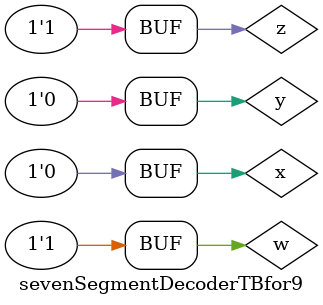
<source format=sv>
`timescale 1ns/1ns
module sevenSegmentDecoderTBfor0();
    logic w, x, y, z;
    wire[6:0] TB_out;
    sevenSegmentDecoder UT (w, x, y, z, TB_out);
    initial begin
        w = 1'b0;
        x = 1'b0;
        y = 1'b0;
        z = 1'b0;
        #20;
    end
endmodule

module sevenSegmentDecoderTBfor1();
    logic w, x, y, z;
    wire[6:0] TB_out;
    sevenSegmentDecoder UT (w, x, y, z, TB_out);
    initial begin
        w = 1'b0;
        x = 1'b0;
        y = 1'b0;
        z = 1'b1;
        #20;
    end
endmodule

module sevenSegmentDecoderTBfor2();
    logic w, x, y, z;
    wire[6:0] TB_out;
    sevenSegmentDecoder UT (w, x, y, z, TB_out);
    initial begin
        w = 1'b0;
        x = 1'b0;
        y = 1'b1;
        z = 1'b0;
        #20;
    end
endmodule

module sevenSegmentDecoderTBfor3();
    logic w, x, y, z;
    wire[6:0] TB_out;
    sevenSegmentDecoder UT (w, x, y, z, TB_out);
    initial begin
        w = 1'b0;
        x = 1'b0;
        y = 1'b1;
        z = 1'b1;
        #20;
    end
endmodule

module sevenSegmentDecoderTBfor4();
    logic w, x, y, z;
    wire[6:0] TB_out;
    sevenSegmentDecoder UT (w, x, y, z, TB_out);
    initial begin
        w = 1'b0;
        x = 1'b1;
        y = 1'b0;
        z = 1'b0;
        #20;
    end
endmodule

module sevenSegmentDecoderTBfor5();
    logic w, x, y, z;
    wire[6:0] TB_out;
    sevenSegmentDecoder UT (w, x, y, z, TB_out);
    initial begin
        w = 1'b0;
        x = 1'b1;
        y = 1'b0;
        z = 1'b1;
        #20;
    end
endmodule

module sevenSegmentDecoderTBfor6();
    logic w, x, y, z;
    wire[6:0] TB_out;
    sevenSegmentDecoder UT (w, x, y, z, TB_out);
    initial begin
        w = 1'b0;
        x = 1'b1;
        y = 1'b1;
        z = 1'b0;
        #20;
    end
endmodule

module sevenSegmentDecoderTBfor7();
    logic w, x, y, z;
    wire[6:0] TB_out;
    sevenSegmentDecoder UT (w, x, y, z, TB_out);
    initial begin
        w = 1'b0;
        x = 1'b1;
        y = 1'b1;
        z = 1'b1;
        #20;
    end
endmodule

module sevenSegmentDecoderTBfor8();
    logic w, x, y, z;
    wire[6:0] TB_out;
    sevenSegmentDecoder UT (w, x, y, z, TB_out);
    initial begin
        w = 1'b1;
        x = 1'b0;
        y = 1'b0;
        z = 1'b0;
        #20;
    end
endmodule

module sevenSegmentDecoderTBfor9();
    logic w, x, y, z;
    wire[6:0] TB_out;
    sevenSegmentDecoder UT (w, x, y, z, TB_out);
    initial begin
        w = 1'b1;
        x = 1'b0;
        y = 1'b0;
        z = 1'b1;
        #20;
    end
endmodule
</source>
